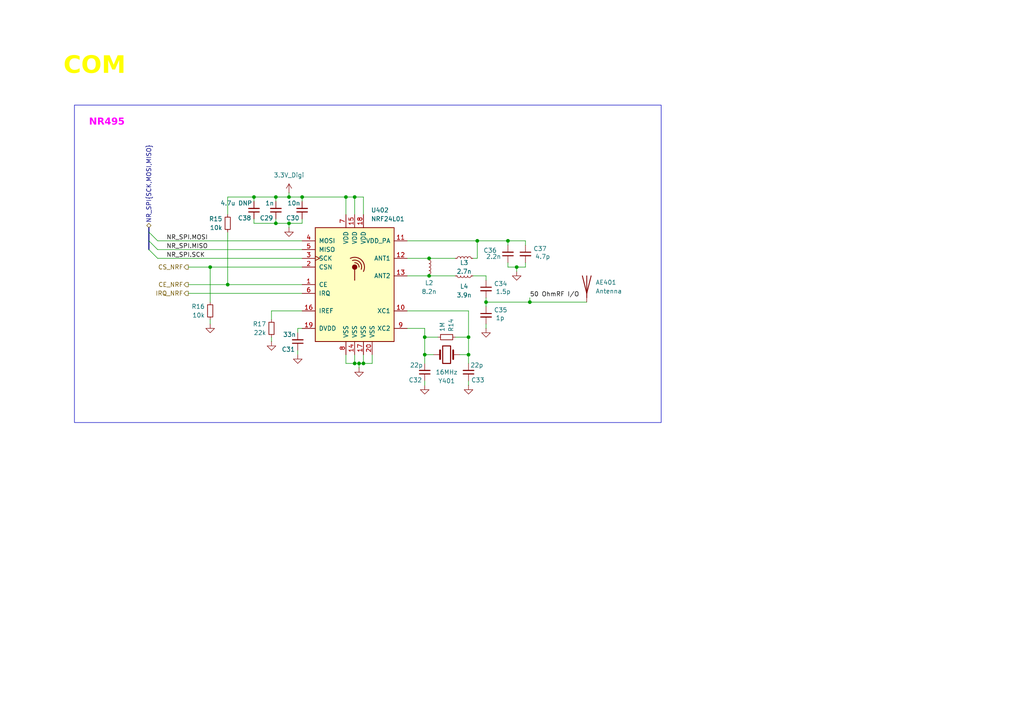
<source format=kicad_sch>
(kicad_sch (version 20231120) (generator "eeschema") (generator_version "8.0")
  (paper "A4")
  (lib_symbols
    (symbol "Device:Antenna" (pin_numbers hide) (pin_names (offset 1.016) hide)
      (property "Reference" "AE" (at -1.905 1.905 0))
      (property "Value" "Antenna" (at -1.905 0 0))
      (symbol "Antenna_0_1"
        (polyline (pts (xy 0 2.54) (xy 0 -3.81)) (stroke (width 0.254)))
        (polyline (pts (xy 1.27 2.54) (xy 0 -2.54) (xy -1.27 2.54)) (stroke (width 0.254)))
      )
      (symbol "Antenna_1_1"
        (pin input line (at 0 -5.08 90) (length 2.54) (name "A") (number "1"))
      )
    )
    (symbol "Device:C_Small" (pin_numbers hide) (pin_names (offset 0.254) hide)
      (property "Reference" "C" (at 0.254 1.778 0))
      (property "Value" "C_Small" (at 0.254 -2.032 0))
      (symbol "C_Small_0_1"
        (polyline (pts (xy -1.524 -0.508) (xy 1.524 -0.508)) (stroke (width 0.3302)))
        (polyline (pts (xy -1.524 0.508) (xy 1.524 0.508)) (stroke (width 0.3048)))
      )
      (symbol "C_Small_1_1"
        (pin passive line (at 0 2.54 270) (length 2.032) (name "~") (number "1"))
        (pin passive line (at 0 -2.54 90) (length 2.032) (name "~") (number "2"))
      )
    )
    (symbol "Device:Crystal" (pin_numbers hide) (pin_names (offset 1.016) hide)
      (property "Reference" "Y" (at 0 3.81 0))
      (property "Value" "Crystal" (at 0 -3.81 0))
      (symbol "Crystal_0_1"
        (rectangle (start -1.143 2.54) (end 1.143 -2.54) (stroke (width 0.3048)))
        (polyline (pts (xy -2.54 0) (xy -1.905 0)))
        (polyline (pts (xy -1.905 -1.27) (xy -1.905 1.27)) (stroke (width 0.508)))
        (polyline (pts (xy 1.905 -1.27) (xy 1.905 1.27)) (stroke (width 0.508)))
        (polyline (pts (xy 2.54 0) (xy 1.905 0)))
      )
      (symbol "Crystal_1_1"
        (pin passive line (at -3.81 0 0) (length 1.27) (name "1") (number "1"))
        (pin passive line (at 3.81 0 180) (length 1.27) (name "2") (number "2"))
      )
    )
    (symbol "Device:L_Small" (pin_numbers hide) (pin_names (offset 0.254) hide)
      (property "Reference" "L" (at 0.762 1.016 0))
      (property "Value" "L_Small" (at 0.762 -1.016 0))
      (symbol "L_Small_0_1"
        (arc (start 0 -2.032) (mid 0.5058 -1.524) (end 0 -1.016))
        (arc (start 0 -1.016) (mid 0.5058 -0.508) (end 0 0))
        (arc (start 0 0) (mid 0.5058 0.508) (end 0 1.016))
        (arc (start 0 1.016) (mid 0.5058 1.524) (end 0 2.032))
      )
      (symbol "L_Small_1_1"
        (pin passive line (at 0 2.54 270) (length 0.508) (name "~") (number "1"))
        (pin passive line (at 0 -2.54 90) (length 0.508) (name "~") (number "2"))
      )
    )
    (symbol "Device:R_Small" (pin_numbers hide) (pin_names (offset 0.254) hide)
      (property "Reference" "R" (at 0.762 0.508 0))
      (property "Value" "R_Small" (at 0.762 -1.016 0))
      (symbol "R_Small_0_1"
        (rectangle (start -0.762 1.778) (end 0.762 -1.778) (stroke (width 0.2032)))
      )
      (symbol "R_Small_1_1"
        (pin passive line (at 0 2.54 270) (length 0.762) (name "~") (number "1"))
        (pin passive line (at 0 -2.54 90) (length 0.762) (name "~") (number "2"))
      )
    )
    (symbol "RF:NRF24L01" (pin_names (offset 1.016))
      (property "Reference" "U" (at -11.43 17.78 0))
      (property "Value" "NRF24L01" (at 5.08 17.78 0))
      (symbol "NRF24L01_0_1"
        (rectangle (start -11.43 16.51) (end 11.43 -16.51) (stroke (width 0.254)) (fill (type background)))
        (polyline (pts (xy 0 4.445) (xy 0 1.27)) (stroke (width 0.254)))
        (circle (center 0 5.08) (radius 0.635) (stroke (width 0.254)) (fill (type outline)))
        (arc (start 1.27 5.08) (mid 0.9071 5.9946) (end 0 6.35) (stroke (width 0.254)))
        (arc (start 1.905 4.445) (mid 1.4313 6.5254) (end -0.635 6.985) (stroke (width 0.254)))
        (arc (start 2.54 3.81) (mid 2.008 7.088) (end -1.27 7.62) (stroke (width 0.254)))
        (rectangle (start 11.43 -13.97) (end 11.43 -13.97))
      )
      (symbol "NRF24L01_1_1"
        (pin input line (at -15.24 0 0) (length 3.81) (name "CE") (number "1"))
        (pin passive line (at 15.24 -7.62 180) (length 3.81) (name "XC1") (number "10"))
        (pin power_out line (at 15.24 12.7 180) (length 3.81) (name "VDD_PA") (number "11"))
        (pin passive line (at 15.24 7.62 180) (length 3.81) (name "ANT1") (number "12"))
        (pin passive line (at 15.24 2.54 180) (length 3.81) (name "ANT2") (number "13"))
        (pin power_in line (at 0 -20.32 90) (length 3.81) (name "VSS") (number "14"))
        (pin power_in line (at 0 20.32 270) (length 3.81) (name "VDD") (number "15"))
        (pin passive line (at -15.24 -7.62 0) (length 3.81) (name "IREF") (number "16"))
        (pin power_in line (at 2.54 -20.32 90) (length 3.81) (name "VSS") (number "17"))
        (pin power_in line (at 2.54 20.32 270) (length 3.81) (name "VDD") (number "18"))
        (pin power_out line (at -15.24 -12.7 0) (length 3.81) (name "DVDD") (number "19"))
        (pin input line (at -15.24 5.08 0) (length 3.81) (name "CSN") (number "2"))
        (pin power_in line (at 5.08 -20.32 90) (length 3.81) (name "VSS") (number "20"))
        (pin input clock (at -15.24 7.62 0) (length 3.81) (name "SCK") (number "3"))
        (pin input line (at -15.24 12.7 0) (length 3.81) (name "MOSI") (number "4"))
        (pin output line (at -15.24 10.16 0) (length 3.81) (name "MISO") (number "5"))
        (pin output line (at -15.24 -2.54 0) (length 3.81) (name "IRQ") (number "6"))
        (pin power_in line (at -2.54 20.32 270) (length 3.81) (name "VDD") (number "7"))
        (pin power_in line (at -2.54 -20.32 90) (length 3.81) (name "VSS") (number "8"))
        (pin passive line (at 15.24 -12.7 180) (length 3.81) (name "XC2") (number "9"))
      )
    )
    (symbol "power:+3V3" (power) (pin_numbers hide) (pin_names (offset 0) hide)
      (property "Value" "+3V3" (at 0 3.556 0))
      (symbol "+3V3_0_1"
        (polyline (pts (xy -0.762 1.27) (xy 0 2.54)))
        (polyline (pts (xy 0 0) (xy 0 2.54)))
        (polyline (pts (xy 0 2.54) (xy 0.762 1.27)))
      )
      (symbol "+3V3_1_1"
        (pin power_in line (at 0 0 90) (length 0) (name "~") (number "1"))
      )
    )
    (symbol "power:GND" (power) (pin_numbers hide) (pin_names (offset 0) hide)
      (property "Value" "GND" (at 0 -3.81 0))
      (symbol "GND_0_1"
        (polyline (pts (xy 0 0) (xy 0 -1.27) (xy 1.27 -1.27) (xy 0 -2.54) (xy -1.27 -1.27) (xy 0 -1.27)))
      )
      (symbol "GND_1_1"
        (pin power_in line (at 0 0 270) (length 0) (name "~") (number "1"))
      )
    )
  )
  (junction (at 124.46 74.93))
  (junction (at 153.67 87.63))
  (junction (at 102.87 105.41))
  (junction (at 105.41 105.41))
  (junction (at 149.86 77.47))
  (junction (at 135.89 102.87))
  (junction (at 138.43 69.85))
  (junction (at 66.04 82.55))
  (junction (at 124.46 80.01))
  (junction (at 123.19 97.79))
  (junction (at 100.33 57.15))
  (junction (at 83.82 57.15))
  (junction (at 80.01 64.77))
  (junction (at 147.32 69.85))
  (junction (at 60.96 77.47))
  (junction (at 135.89 97.79))
  (junction (at 123.19 102.87))
  (junction (at 73.66 57.15))
  (junction (at 102.87 57.15))
  (junction (at 140.97 87.63))
  (junction (at 87.63 57.15))
  (junction (at 104.14 105.41))
  (junction (at 83.82 64.77))
  (junction (at 80.01 57.15))
  (bus_entry (at 43.18 69.85) (size 2.54 2.54))
  (bus_entry (at 43.18 72.39) (size 2.54 2.54))
  (bus_entry (at 43.18 67.31) (size 2.54 2.54))
  (wire (pts (xy 80.01 64.77) (xy 80.01 63.5)))
  (wire (pts (xy 54.61 77.47) (xy 60.96 77.47)))
  (wire (pts (xy 87.63 64.77) (xy 87.63 63.5)))
  (wire (pts (xy 78.74 90.17) (xy 87.63 90.17)))
  (wire (pts (xy 73.66 58.42) (xy 73.66 57.15)))
  (wire (pts (xy 73.66 63.5) (xy 73.66 64.77)))
  (wire (pts (xy 107.95 102.87) (xy 107.95 105.41)))
  (wire (pts (xy 135.89 102.87) (xy 135.89 105.41)))
  (wire (pts (xy 104.14 105.41) (xy 102.87 105.41)))
  (wire (pts (xy 123.19 97.79) (xy 123.19 102.87)))
  (wire (pts (xy 123.19 97.79) (xy 123.19 95.25)))
  (wire (pts (xy 107.95 105.41) (xy 105.41 105.41)))
  (wire (pts (xy 54.61 82.55) (xy 66.04 82.55)))
  (wire (pts (xy 153.67 87.63) (xy 170.18 87.63)))
  (wire (pts (xy 137.16 74.93) (xy 138.43 74.93)))
  (wire (pts (xy 102.87 105.41) (xy 100.33 105.41)))
  (wire (pts (xy 102.87 57.15) (xy 102.87 62.23)))
  (wire (pts (xy 135.89 97.79) (xy 135.89 102.87)))
  (wire (pts (xy 118.11 74.93) (xy 124.46 74.93)))
  (wire (pts (xy 152.4 77.47) (xy 152.4 76.2)))
  (wire (pts (xy 83.82 55.88) (xy 83.82 57.15)))
  (wire (pts (xy 86.36 95.25) (xy 87.63 95.25)))
  (wire (pts (xy 78.74 92.71) (xy 78.74 90.17)))
  (wire (pts (xy 153.67 86.36) (xy 153.67 87.63)))
  (wire (pts (xy 104.14 105.41) (xy 104.14 106.68)))
  (wire (pts (xy 66.04 57.15) (xy 73.66 57.15)))
  (wire (pts (xy 140.97 86.36) (xy 140.97 87.63)))
  (wire (pts (xy 147.32 69.85) (xy 152.4 69.85)))
  (wire (pts (xy 80.01 58.42) (xy 80.01 57.15)))
  (wire (pts (xy 105.41 57.15) (xy 105.41 62.23)))
  (wire (pts (xy 123.19 102.87) (xy 125.73 102.87)))
  (wire (pts (xy 135.89 90.17) (xy 135.89 97.79)))
  (wire (pts (xy 140.97 80.01) (xy 137.16 80.01)))
  (wire (pts (xy 138.43 69.85) (xy 138.43 74.93)))
  (wire (pts (xy 86.36 102.87) (xy 86.36 101.6)))
  (wire (pts (xy 147.32 69.85) (xy 147.32 71.12)))
  (wire (pts (xy 45.72 69.85) (xy 87.63 69.85)))
  (wire (pts (xy 124.46 74.93) (xy 132.08 74.93)))
  (wire (pts (xy 60.96 77.47) (xy 87.63 77.47)))
  (wire (pts (xy 149.86 77.47) (xy 149.86 78.74)))
  (wire (pts (xy 135.89 90.17) (xy 118.11 90.17)))
  (wire (pts (xy 87.63 57.15) (xy 87.63 58.42)))
  (wire (pts (xy 66.04 67.31) (xy 66.04 82.55)))
  (wire (pts (xy 100.33 57.15) (xy 102.87 57.15)))
  (wire (pts (xy 140.97 87.63) (xy 140.97 88.9)))
  (wire (pts (xy 105.41 105.41) (xy 104.14 105.41)))
  (wire (pts (xy 138.43 69.85) (xy 147.32 69.85)))
  (wire (pts (xy 140.97 81.28) (xy 140.97 80.01)))
  (wire (pts (xy 78.74 99.06) (xy 78.74 97.79)))
  (wire (pts (xy 54.61 85.09) (xy 87.63 85.09)))
  (wire (pts (xy 80.01 57.15) (xy 83.82 57.15)))
  (wire (pts (xy 102.87 57.15) (xy 105.41 57.15)))
  (wire (pts (xy 132.08 97.79) (xy 135.89 97.79)))
  (wire (pts (xy 100.33 105.41) (xy 100.33 102.87)))
  (wire (pts (xy 147.32 76.2) (xy 147.32 77.47)))
  (wire (pts (xy 66.04 57.15) (xy 66.04 62.23)))
  (wire (pts (xy 123.19 111.76) (xy 123.19 110.49)))
  (wire (pts (xy 87.63 57.15) (xy 100.33 57.15)))
  (wire (pts (xy 80.01 64.77) (xy 83.82 64.77)))
  (wire (pts (xy 105.41 102.87) (xy 105.41 105.41)))
  (bus (pts (xy 43.18 67.31) (xy 43.18 69.85)))
  (wire (pts (xy 135.89 110.49) (xy 135.89 111.76)))
  (wire (pts (xy 118.11 80.01) (xy 124.46 80.01)))
  (wire (pts (xy 123.19 97.79) (xy 127 97.79)))
  (wire (pts (xy 73.66 57.15) (xy 80.01 57.15)))
  (wire (pts (xy 149.86 77.47) (xy 152.4 77.47)))
  (wire (pts (xy 100.33 57.15) (xy 100.33 62.23)))
  (bus (pts (xy 43.18 66.04) (xy 43.18 67.31)))
  (wire (pts (xy 73.66 64.77) (xy 80.01 64.77)))
  (wire (pts (xy 152.4 71.12) (xy 152.4 69.85)))
  (wire (pts (xy 45.72 74.93) (xy 87.63 74.93)))
  (wire (pts (xy 102.87 102.87) (xy 102.87 105.41)))
  (wire (pts (xy 140.97 87.63) (xy 153.67 87.63)))
  (wire (pts (xy 83.82 66.04) (xy 83.82 64.77)))
  (wire (pts (xy 118.11 69.85) (xy 138.43 69.85)))
  (wire (pts (xy 83.82 57.15) (xy 87.63 57.15)))
  (wire (pts (xy 66.04 82.55) (xy 87.63 82.55)))
  (wire (pts (xy 123.19 102.87) (xy 123.19 105.41)))
  (bus (pts (xy 43.18 72.39) (xy 43.18 69.85)))
  (wire (pts (xy 60.96 93.98) (xy 60.96 92.71)))
  (wire (pts (xy 45.72 72.39) (xy 87.63 72.39)))
  (wire (pts (xy 87.63 64.77) (xy 83.82 64.77)))
  (wire (pts (xy 133.35 102.87) (xy 135.89 102.87)))
  (wire (pts (xy 147.32 77.47) (xy 149.86 77.47)))
  (wire (pts (xy 124.46 80.01) (xy 132.08 80.01)))
  (wire (pts (xy 123.19 95.25) (xy 118.11 95.25)))
  (wire (pts (xy 140.97 95.25) (xy 140.97 93.98)))
  (wire (pts (xy 60.96 77.47) (xy 60.96 87.63)))
  (wire (pts (xy 86.36 96.52) (xy 86.36 95.25)))
  (rectangle (start 21.59 30.48) (end 191.77 122.555))
  (text "NR495" (at 30.988 36.068 0) (effects (font (size 2 2) (bold yes))))
  (text "COM" (at 27.432 20.574 0) (effects (font (size 5 5) (thickness 1) (bold yes))))
  (label "NR_SPI.SCK" (at 48.26 74.93 0))
  (label "NR_SPI.MOSI" (at 48.26 69.85 0))
  (label "50 OhmRF I{slash}O" (at 153.67 86.36 0))
  (label "NR_SPI.MISO" (at 48.26 72.39 0))
  (hierarchical_label "IRQ_NRF" (shape output) (at 54.61 85.09 180))
  (hierarchical_label "CE_NRF" (shape output) (at 54.61 82.55 180))
  (hierarchical_label "CS_NRF" (shape output) (at 54.61 77.47 180))
  (hierarchical_label "NR_SPI{SCK,MOSI,MISO}" (shape bidirectional) (at 43.18 66.04 90))
  (symbol (lib_id "Device:C_Small") (at 140.97 83.82 0) (unit 1)
    (property "Reference" "C34" (at 143.256 82.296 0) (effects (justify left)))
    (property "Value" "1.5p" (at 143.764 84.582 0) (effects (justify left)))
    (property "Footprint" "Capacitor_SMD:C_0402_1005Metric" (effects (hide yes)))
    (property "Description" "Unpolarized capacitor, small symbol" (effects (hide yes)))
  )
  (symbol (lib_id "power:+3V3") (at 83.82 55.88 0) (unit 1)
    (property "Reference" "#PWR0401" (effects (hide yes)))
    (property "Value" "3.3V_Digi" (at 83.82 50.8 0))
    (property "Description" "Power symbol creates a global label with name \"+3V3\"" (effects (hide yes)))
  )
  (symbol (lib_id "power:GND") (at 135.89 111.76 0) (unit 1)
    (property "Reference" "#PWR0410" (effects (hide yes)))
    (property "Value" "GND" (effects (hide yes)))
    (property "Description" "Power symbol creates a global label with name \"GND\" , ground" (effects (hide yes)))
  )
  (symbol (lib_id "Device:C_Small") (at 152.4 73.66 0) (unit 1)
    (property "Reference" "C37" (at 154.686 72.136 0) (effects (justify left)))
    (property "Value" "4.7p" (at 155.194 74.422 0) (effects (justify left)))
    (property "Footprint" "Capacitor_SMD:C_0402_1005Metric" (effects (hide yes)))
    (property "Description" "Unpolarized capacitor, small symbol" (effects (hide yes)))
  )
  (symbol (lib_id "Device:C_Small") (at 147.32 73.66 0) (mirror x) (unit 1)
    (property "Reference" "C36" (at 140.208 72.644 0) (effects (justify left)))
    (property "Value" "2.2n" (at 140.97 74.422 0) (effects (justify left)))
    (property "Footprint" "Capacitor_SMD:C_0402_1005Metric" (effects (hide yes)))
    (property "Description" "Unpolarized capacitor, small symbol" (effects (hide yes)))
  )
  (symbol (lib_id "RF:NRF24L01") (at 102.87 82.55 0) (unit 1)
    (property "Reference" "U402" (at 107.6041 60.96 0) (effects (justify left)))
    (property "Value" "NRF24L01" (at 107.6041 63.5 0) (effects (justify left)))
    (property "Footprint" "Package_DFN_QFN:QFN-20-1EP_4x4mm_P0.5mm_EP2.5x2.5mm" (effects (hide yes)))
    (property "Datasheet" "http://www.nordicsemi.com/eng/content/download/2730/34105/file/nRF24L01_Product_Specification_v2_0.pdf" (effects (hide yes)))
    (property "Description" "Ultra low power 2.4GHz RF Transceiver, QFN-20" (effects (hide yes)))
    (instances (project "" (path "" (reference "U402") (unit 1))) (project "Flight_Controller" (path "" (reference "U5") (unit 1))))
  )
  (symbol (lib_id "power:GND") (at 149.86 78.74 0) (unit 1)
    (property "Reference" "#PWR0403" (effects (hide yes)))
    (property "Value" "GND" (effects (hide yes)))
    (property "Description" "Power symbol creates a global label with name \"GND\" , ground" (effects (hide yes)))
  )
  (symbol (lib_id "power:GND") (at 78.74 99.06 0) (unit 1)
    (property "Reference" "#PWR0406" (effects (hide yes)))
    (property "Value" "GND" (effects (hide yes)))
    (property "Description" "Power symbol creates a global label with name \"GND\" , ground" (effects (hide yes)))
  )
  (symbol (lib_id "Device:C_Small") (at 80.01 60.96 180) (unit 1)
    (property "Reference" "C29" (at 79.248 63.246 0) (effects (justify left)))
    (property "Value" "1n" (at 79.502 58.928 0) (effects (justify left)))
    (property "Footprint" "Capacitor_SMD:C_0402_1005Metric" (effects (hide yes)))
    (property "Description" "Unpolarized capacitor, small symbol" (effects (hide yes)))
  )
  (symbol (lib_id "power:GND") (at 83.82 66.04 0) (unit 1)
    (property "Reference" "#PWR0402" (effects (hide yes)))
    (property "Value" "GND" (effects (hide yes)))
    (property "Description" "Power symbol creates a global label with name \"GND\" , ground" (effects (hide yes)))
  )
  (symbol (lib_id "Device:R_Small") (at 78.74 95.25 0) (mirror y) (unit 1)
    (property "Reference" "R17" (at 77.216 93.98 0) (effects (justify left)))
    (property "Value" "22k" (at 77.216 96.52 0) (effects (justify left)))
    (property "Footprint" "Resistor_SMD:R_0603_1608Metric" (effects (hide yes)))
    (property "Description" "Resistor, small symbol" (effects (hide yes)))
  )
  (symbol (lib_id "Device:C_Small") (at 73.66 60.96 180) (unit 1)
    (property "Reference" "C38" (at 72.898 63.246 0) (effects (justify left)))
    (property "Value" "4.7u DNP" (at 73.152 58.928 0) (effects (justify left)))
    (property "Footprint" "Capacitor_SMD:C_0603_1608Metric" (effects (hide yes)))
    (property "Description" "Unpolarized capacitor, small symbol" (effects (hide yes)))
  )
  (symbol (lib_id "Device:R_Small") (at 66.04 64.77 0) (mirror y) (unit 1)
    (property "Reference" "R15" (at 64.516 63.5 0) (effects (justify left)))
    (property "Value" "10k" (at 64.516 66.04 0) (effects (justify left)))
    (property "Footprint" "Resistor_SMD:R_0603_1608Metric" (effects (hide yes)))
    (property "Description" "Resistor, small symbol" (effects (hide yes)))
  )
  (symbol (lib_id "Device:L_Small") (at 124.46 77.47 0) (unit 1)
    (property "Reference" "L2" (at 124.46 82.042 0))
    (property "Value" "8.2n" (at 124.46 84.582 0))
    (property "Footprint" "Resistor_SMD:R_0402_1005Metric" (effects (hide yes)))
    (property "Description" "Inductor, small symbol" (effects (hide yes)))
  )
  (symbol (lib_id "power:GND") (at 104.14 106.68 0) (unit 1)
    (property "Reference" "#PWR0408" (effects (hide yes)))
    (property "Value" "GND" (effects (hide yes)))
    (property "Description" "Power symbol creates a global label with name \"GND\" , ground" (effects (hide yes)))
  )
  (symbol (lib_id "Device:C_Small") (at 140.97 91.44 0) (unit 1)
    (property "Reference" "C35" (at 143.256 89.916 0) (effects (justify left)))
    (property "Value" "1p" (at 143.764 92.202 0) (effects (justify left)))
    (property "Footprint" "Capacitor_SMD:C_0402_1005Metric" (effects (hide yes)))
    (property "Description" "Unpolarized capacitor, small symbol" (effects (hide yes)))
  )
  (symbol (lib_id "Device:L_Small") (at 134.62 80.01 90) (mirror x) (unit 1)
    (property "Reference" "L4" (at 134.62 83.058 90))
    (property "Value" "3.9n" (at 134.62 85.598 90))
    (property "Footprint" "Resistor_SMD:R_0402_1005Metric" (effects (hide yes)))
    (property "Description" "Inductor, small symbol" (effects (hide yes)))
  )
  (symbol (lib_id "Device:Crystal") (at 129.54 102.87 0) (unit 1)
    (property "Reference" "Y401" (at 129.54 110.49 0))
    (property "Value" "16MHz" (at 129.54 107.95 0))
    (property "Footprint" "Crystal:Crystal_SMD_2012-2Pin_2.0x1.2mm" (effects (hide yes)))
    (property "Description" "Two pin crystal" (effects (hide yes)))
    (instances (project "" (path "" (reference "Y401") (unit 1))) (project "Flight_Controller" (path "" (reference "Y2") (unit 1))))
  )
  (symbol (lib_id "Device:C_Small") (at 135.89 107.95 0) (mirror x) (unit 1)
    (property "Reference" "C33" (at 136.652 110.236 0) (effects (justify left)))
    (property "Value" "22p" (at 136.398 105.918 0) (effects (justify left)))
    (property "Footprint" "Capacitor_SMD:C_0402_1005Metric" (effects (hide yes)))
    (property "Description" "Unpolarized capacitor, small symbol" (effects (hide yes)))
  )
  (symbol (lib_id "power:GND") (at 60.96 93.98 0) (unit 1)
    (property "Reference" "#PWR0404" (effects (hide yes)))
    (property "Value" "GND" (effects (hide yes)))
    (property "Description" "Power symbol creates a global label with name \"GND\" , ground" (effects (hide yes)))
  )
  (symbol (lib_id "Device:R_Small") (at 60.96 90.17 0) (mirror y) (unit 1)
    (property "Reference" "R16" (at 59.436 88.9 0) (effects (justify left)))
    (property "Value" "10k" (at 59.436 91.44 0) (effects (justify left)))
    (property "Footprint" "Resistor_SMD:R_0603_1608Metric" (effects (hide yes)))
    (property "Description" "Resistor, small symbol" (effects (hide yes)))
  )
  (symbol (lib_id "Device:C_Small") (at 123.19 107.95 180) (unit 1)
    (property "Reference" "C32" (at 122.428 110.236 0) (effects (justify left)))
    (property "Value" "22p" (at 122.682 105.918 0) (effects (justify left)))
    (property "Footprint" "Capacitor_SMD:C_0402_1005Metric" (effects (hide yes)))
    (property "Description" "Unpolarized capacitor, small symbol" (effects (hide yes)))
  )
  (symbol (lib_id "Device:L_Small") (at 134.62 74.93 270) (mirror x) (unit 1)
    (property "Reference" "L3" (at 134.62 76.2 90))
    (property "Value" "2.7n" (at 134.62 78.74 90))
    (property "Footprint" "Resistor_SMD:R_0402_1005Metric" (effects (hide yes)))
    (property "Description" "Inductor, small symbol" (effects (hide yes)))
  )
  (symbol (lib_id "power:GND") (at 86.36 102.87 0) (unit 1)
    (property "Reference" "#PWR0407" (effects (hide yes)))
    (property "Value" "GND" (effects (hide yes)))
    (property "Description" "Power symbol creates a global label with name \"GND\" , ground" (effects (hide yes)))
  )
  (symbol (lib_id "power:GND") (at 140.97 95.25 0) (unit 1)
    (property "Reference" "#PWR0405" (effects (hide yes)))
    (property "Value" "GND" (effects (hide yes)))
    (property "Description" "Power symbol creates a global label with name \"GND\" , ground" (effects (hide yes)))
  )
  (symbol (lib_id "Device:R_Small") (at 129.54 97.79 270) (mirror x) (unit 1)
    (property "Reference" "R14" (at 130.81 96.266 0) (effects (justify left)))
    (property "Value" "1M" (at 128.27 96.266 0) (effects (justify left)))
    (property "Footprint" "Resistor_SMD:R_0603_1608Metric" (effects (hide yes)))
    (property "Description" "Resistor, small symbol" (effects (hide yes)))
  )
  (symbol (lib_id "Device:C_Small") (at 87.63 60.96 180) (unit 1)
    (property "Reference" "C30" (at 86.868 63.246 0) (effects (justify left)))
    (property "Value" "10n" (at 87.122 58.928 0) (effects (justify left)))
    (property "Footprint" "Capacitor_SMD:C_0402_1005Metric" (effects (hide yes)))
    (property "Description" "Unpolarized capacitor, small symbol" (effects (hide yes)))
  )
  (symbol (lib_id "Device:Antenna") (at 170.18 82.55 0) (unit 1)
    (property "Reference" "AE401" (at 172.72 81.9149 0) (effects (justify left)))
    (property "Value" "Antenna" (at 172.72 84.4549 0) (effects (justify left)))
    (property "Description" "Antenna" (effects (hide yes)))
    (instances (project "flight_controller" (path "" (reference "AE401") (unit 1))) (project "Flight_Controller" (path "" (reference "AE1") (unit 1))))
  )
  (symbol (lib_id "Device:C_Small") (at 86.36 99.06 180) (unit 1)
    (property "Reference" "C31" (at 85.598 101.346 0) (effects (justify left)))
    (property "Value" "33n" (at 85.852 97.028 0) (effects (justify left)))
    (property "Footprint" "Capacitor_SMD:C_0402_1005Metric" (effects (hide yes)))
    (property "Description" "Unpolarized capacitor, small symbol" (effects (hide yes)))
  )
  (symbol (lib_id "power:GND") (at 123.19 111.76 0) (unit 1)
    (property "Reference" "#PWR0409" (effects (hide yes)))
    (property "Value" "GND" (effects (hide yes)))
    (property "Description" "Power symbol creates a global label with name \"GND\" , ground" (effects (hide yes)))
  )
)
</source>
